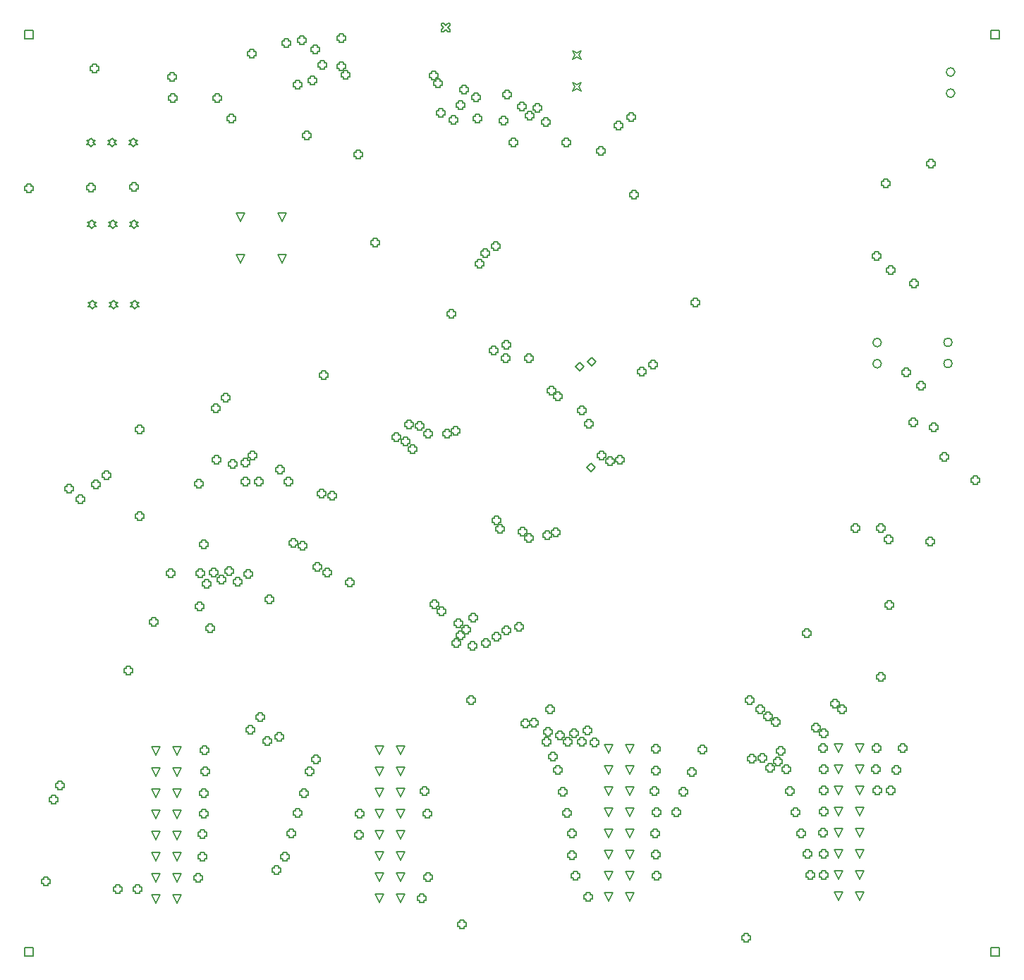
<source format=gbr>
%TF.GenerationSoftware,Altium Limited,Altium Designer,18.1.9 (240)*%
G04 Layer_Color=2752767*
%FSLAX26Y26*%
%MOIN*%
%TF.FileFunction,Drawing*%
%TF.Part,Single*%
G01*
G75*
%TA.AperFunction,NonConductor*%
%ADD96C,0.005000*%
%ADD97C,0.006667*%
D96*
X2280000Y1460000D02*
Y1500000D01*
X2320000D01*
Y1460000D01*
X2280000D01*
X6845000D02*
Y1500000D01*
X6885000D01*
Y1460000D01*
X6845000D01*
Y5798000D02*
Y5838000D01*
X6885000D01*
Y5798000D01*
X6845000D01*
X2280000D02*
Y5838000D01*
X2320000D01*
Y5798000D01*
X2280000D01*
X3495000Y4934000D02*
X3475000Y4974000D01*
X3515000D01*
X3495000Y4934000D01*
X3298150D02*
X3278150Y4974000D01*
X3318150D01*
X3298150Y4934000D01*
X3495000Y4737150D02*
X3475000Y4777150D01*
X3515000D01*
X3495000Y4737150D01*
X3298150D02*
X3278150Y4777150D01*
X3318150D01*
X3298150Y4737150D01*
X2592000Y5287000D02*
X2602000Y5297000D01*
X2612000D01*
X2602000Y5307000D01*
X2612000Y5317000D01*
X2602000D01*
X2592000Y5327000D01*
X2582000Y5317000D01*
X2572000D01*
X2582000Y5307000D01*
X2572000Y5297000D01*
X2582000D01*
X2592000Y5287000D01*
X2792000D02*
X2802000Y5297000D01*
X2812000D01*
X2802000Y5307000D01*
X2812000Y5317000D01*
X2802000D01*
X2792000Y5327000D01*
X2782000Y5317000D01*
X2772000D01*
X2782000Y5307000D01*
X2772000Y5297000D01*
X2782000D01*
X2792000Y5287000D01*
X2692000D02*
X2702000Y5297000D01*
X2712000D01*
X2702000Y5307000D01*
X2712000Y5317000D01*
X2702000D01*
X2692000Y5327000D01*
X2682000Y5317000D01*
X2672000D01*
X2682000Y5307000D01*
X2672000Y5297000D01*
X2682000D01*
X2692000Y5287000D01*
X2598000Y4520000D02*
X2608000Y4530000D01*
X2618000D01*
X2608000Y4540000D01*
X2618000Y4550000D01*
X2608000D01*
X2598000Y4560000D01*
X2588000Y4550000D01*
X2578000D01*
X2588000Y4540000D01*
X2578000Y4530000D01*
X2588000D01*
X2598000Y4520000D01*
X2798000D02*
X2808000Y4530000D01*
X2818000D01*
X2808000Y4540000D01*
X2818000Y4550000D01*
X2808000D01*
X2798000Y4560000D01*
X2788000Y4550000D01*
X2778000D01*
X2788000Y4540000D01*
X2778000Y4530000D01*
X2788000D01*
X2798000Y4520000D01*
X2698000D02*
X2708000Y4530000D01*
X2718000D01*
X2708000Y4540000D01*
X2718000Y4550000D01*
X2708000D01*
X2698000Y4560000D01*
X2688000Y4550000D01*
X2678000D01*
X2688000Y4540000D01*
X2678000Y4530000D01*
X2688000D01*
X2698000Y4520000D01*
X2594000Y4902000D02*
X2604000Y4912000D01*
X2614000D01*
X2604000Y4922000D01*
X2614000Y4932000D01*
X2604000D01*
X2594000Y4942000D01*
X2584000Y4932000D01*
X2574000D01*
X2584000Y4922000D01*
X2574000Y4912000D01*
X2584000D01*
X2594000Y4902000D01*
X2794000D02*
X2804000Y4912000D01*
X2814000D01*
X2804000Y4922000D01*
X2814000Y4932000D01*
X2804000D01*
X2794000Y4942000D01*
X2784000Y4932000D01*
X2774000D01*
X2784000Y4922000D01*
X2774000Y4912000D01*
X2784000D01*
X2794000Y4902000D01*
X2694000D02*
X2704000Y4912000D01*
X2714000D01*
X2704000Y4922000D01*
X2714000Y4932000D01*
X2704000D01*
X2694000Y4942000D01*
X2684000Y4932000D01*
X2674000D01*
X2684000Y4922000D01*
X2674000Y4912000D01*
X2684000D01*
X2694000Y4902000D01*
X5038544Y2419063D02*
X5018544Y2459063D01*
X5058544D01*
X5038544Y2419063D01*
Y2319063D02*
X5018544Y2359063D01*
X5058544D01*
X5038544Y2319063D01*
Y2219063D02*
X5018544Y2259063D01*
X5058544D01*
X5038544Y2219063D01*
Y2119063D02*
X5018544Y2159063D01*
X5058544D01*
X5038544Y2119063D01*
Y2019063D02*
X5018544Y2059063D01*
X5058544D01*
X5038544Y2019063D01*
Y1919063D02*
X5018544Y1959063D01*
X5058544D01*
X5038544Y1919063D01*
Y1819063D02*
X5018544Y1859063D01*
X5058544D01*
X5038544Y1819063D01*
Y1719063D02*
X5018544Y1759063D01*
X5058544D01*
X5038544Y1719063D01*
X5138544D02*
X5118544Y1759063D01*
X5158544D01*
X5138544Y1719063D01*
Y1819063D02*
X5118544Y1859063D01*
X5158544D01*
X5138544Y1819063D01*
Y1919063D02*
X5118544Y1959063D01*
X5158544D01*
X5138544Y1919063D01*
Y2019063D02*
X5118544Y2059063D01*
X5158544D01*
X5138544Y2019063D01*
Y2119063D02*
X5118544Y2159063D01*
X5158544D01*
X5138544Y2119063D01*
Y2219063D02*
X5118544Y2259063D01*
X5158544D01*
X5138544Y2219063D01*
Y2319063D02*
X5118544Y2359063D01*
X5158544D01*
X5138544Y2319063D01*
Y2419063D02*
X5118544Y2459063D01*
X5158544D01*
X5138544Y2419063D01*
X6226664Y2422285D02*
X6206664Y2462285D01*
X6246664D01*
X6226664Y2422285D01*
Y2322285D02*
X6206664Y2362285D01*
X6246664D01*
X6226664Y2322285D01*
Y2222285D02*
X6206664Y2262285D01*
X6246664D01*
X6226664Y2222285D01*
Y2122285D02*
X6206664Y2162285D01*
X6246664D01*
X6226664Y2122285D01*
Y2022285D02*
X6206664Y2062285D01*
X6246664D01*
X6226664Y2022285D01*
Y1922285D02*
X6206664Y1962285D01*
X6246664D01*
X6226664Y1922285D01*
Y1822285D02*
X6206664Y1862285D01*
X6246664D01*
X6226664Y1822285D01*
Y1722285D02*
X6206664Y1762285D01*
X6246664D01*
X6226664Y1722285D01*
X6126664D02*
X6106664Y1762285D01*
X6146664D01*
X6126664Y1722285D01*
Y1822285D02*
X6106664Y1862285D01*
X6146664D01*
X6126664Y1822285D01*
Y1922285D02*
X6106664Y1962285D01*
X6146664D01*
X6126664Y1922285D01*
Y2022285D02*
X6106664Y2062285D01*
X6146664D01*
X6126664Y2022285D01*
Y2122285D02*
X6106664Y2162285D01*
X6146664D01*
X6126664Y2122285D01*
Y2222285D02*
X6106664Y2262285D01*
X6146664D01*
X6126664Y2222285D01*
Y2322285D02*
X6106664Y2362285D01*
X6146664D01*
X6126664Y2322285D01*
Y2422285D02*
X6106664Y2462285D01*
X6146664D01*
X6126664Y2422285D01*
X4055063Y2413964D02*
X4035063Y2453964D01*
X4075063D01*
X4055063Y2413964D01*
Y2313964D02*
X4035063Y2353964D01*
X4075063D01*
X4055063Y2313964D01*
Y2213964D02*
X4035063Y2253964D01*
X4075063D01*
X4055063Y2213964D01*
Y2113964D02*
X4035063Y2153964D01*
X4075063D01*
X4055063Y2113964D01*
Y2013964D02*
X4035063Y2053964D01*
X4075063D01*
X4055063Y2013964D01*
Y1913964D02*
X4035063Y1953964D01*
X4075063D01*
X4055063Y1913964D01*
Y1813964D02*
X4035063Y1853964D01*
X4075063D01*
X4055063Y1813964D01*
Y1713964D02*
X4035063Y1753964D01*
X4075063D01*
X4055063Y1713964D01*
X3955063D02*
X3935063Y1753964D01*
X3975063D01*
X3955063Y1713964D01*
Y1813964D02*
X3935063Y1853964D01*
X3975063D01*
X3955063Y1813964D01*
Y1913964D02*
X3935063Y1953964D01*
X3975063D01*
X3955063Y1913964D01*
Y2013964D02*
X3935063Y2053964D01*
X3975063D01*
X3955063Y2013964D01*
Y2113964D02*
X3935063Y2153964D01*
X3975063D01*
X3955063Y2113964D01*
Y2213964D02*
X3935063Y2253964D01*
X3975063D01*
X3955063Y2213964D01*
Y2313964D02*
X3935063Y2353964D01*
X3975063D01*
X3955063Y2313964D01*
Y2413964D02*
X3935063Y2453964D01*
X3975063D01*
X3955063Y2413964D01*
X2998534Y2412092D02*
X2978534Y2452092D01*
X3018534D01*
X2998534Y2412092D01*
Y2312092D02*
X2978534Y2352092D01*
X3018534D01*
X2998534Y2312092D01*
Y2212092D02*
X2978534Y2252092D01*
X3018534D01*
X2998534Y2212092D01*
Y2112092D02*
X2978534Y2152092D01*
X3018534D01*
X2998534Y2112092D01*
Y2012092D02*
X2978534Y2052092D01*
X3018534D01*
X2998534Y2012092D01*
Y1912092D02*
X2978534Y1952092D01*
X3018534D01*
X2998534Y1912092D01*
Y1812092D02*
X2978534Y1852092D01*
X3018534D01*
X2998534Y1812092D01*
Y1712092D02*
X2978534Y1752092D01*
X3018534D01*
X2998534Y1712092D01*
X2898534D02*
X2878534Y1752092D01*
X2918534D01*
X2898534Y1712092D01*
Y1812092D02*
X2878534Y1852092D01*
X2918534D01*
X2898534Y1812092D01*
Y1912092D02*
X2878534Y1952092D01*
X2918534D01*
X2898534Y1912092D01*
Y2012092D02*
X2878534Y2052092D01*
X2918534D01*
X2898534Y2012092D01*
Y2112092D02*
X2878534Y2152092D01*
X2918534D01*
X2898534Y2112092D01*
Y2212092D02*
X2878534Y2252092D01*
X2918534D01*
X2898534Y2212092D01*
Y2312092D02*
X2878534Y2352092D01*
X2918534D01*
X2898534Y2312092D01*
Y2412092D02*
X2878534Y2452092D01*
X2918534D01*
X2898534Y2412092D01*
X4870000Y5550000D02*
X4880000Y5570000D01*
X4870000Y5590000D01*
X4890000Y5580000D01*
X4910000Y5590000D01*
X4900000Y5570000D01*
X4910000Y5550000D01*
X4890000Y5560000D01*
X4870000Y5550000D01*
Y5700000D02*
X4880000Y5720000D01*
X4870000Y5740000D01*
X4890000Y5730000D01*
X4910000Y5740000D01*
X4900000Y5720000D01*
X4910000Y5700000D01*
X4890000Y5710000D01*
X4870000Y5700000D01*
X2599000Y5646000D02*
Y5636000D01*
X2619000D01*
Y5646000D01*
X2629000D01*
Y5666000D01*
X2619000D01*
Y5676000D01*
X2599000D01*
Y5666000D01*
X2589000D01*
Y5646000D01*
X2599000D01*
X2880000Y3030000D02*
Y3020000D01*
X2900000D01*
Y3030000D01*
X2910000D01*
Y3050000D01*
X2900000D01*
Y3060000D01*
X2880000D01*
Y3050000D01*
X2870000D01*
Y3030000D01*
X2880000D01*
X5077000Y5378000D02*
Y5368000D01*
X5097000D01*
Y5378000D01*
X5107000D01*
Y5398000D01*
X5097000D01*
Y5408000D01*
X5077000D01*
Y5398000D01*
X5067000D01*
Y5378000D01*
X5077000D01*
X4174000Y3920000D02*
Y3910000D01*
X4194000D01*
Y3920000D01*
X4204000D01*
Y3940000D01*
X4194000D01*
Y3950000D01*
X4174000D01*
Y3940000D01*
X4164000D01*
Y3920000D01*
X4174000D01*
X4102000Y3847425D02*
Y3837425D01*
X4122000D01*
Y3847425D01*
X4132000D01*
Y3867425D01*
X4122000D01*
Y3877425D01*
X4102000D01*
Y3867425D01*
X4092000D01*
Y3847425D01*
X4102000D01*
X6551000Y5196000D02*
Y5186000D01*
X6571000D01*
Y5196000D01*
X6581000D01*
Y5216000D01*
X6571000D01*
Y5226000D01*
X6551000D01*
Y5216000D01*
X6541000D01*
Y5196000D01*
X6551000D01*
X6314717Y3472716D02*
Y3462716D01*
X6334717D01*
Y3472716D01*
X6344717D01*
Y3492716D01*
X6334717D01*
Y3502716D01*
X6314717D01*
Y3492716D01*
X6304717D01*
Y3472716D01*
X6314717D01*
X6196245D02*
Y3462716D01*
X6216245D01*
Y3472716D01*
X6226245D01*
Y3492716D01*
X6216245D01*
Y3502716D01*
X6196245D01*
Y3492716D01*
X6186245D01*
Y3472716D01*
X6196245D01*
X6549000Y3410000D02*
Y3400000D01*
X6569000D01*
Y3410000D01*
X6579000D01*
Y3430000D01*
X6569000D01*
Y3440000D01*
X6549000D01*
Y3430000D01*
X6539000D01*
Y3410000D01*
X6549000D01*
X6353000Y3422000D02*
Y3412000D01*
X6373000D01*
Y3422000D01*
X6383000D01*
Y3442000D01*
X6373000D01*
Y3452000D01*
X6353000D01*
Y3442000D01*
X6343000D01*
Y3422000D01*
X6353000D01*
X6338000Y5103000D02*
Y5093000D01*
X6358000D01*
Y5103000D01*
X6368000D01*
Y5123000D01*
X6358000D01*
Y5133000D01*
X6338000D01*
Y5123000D01*
X6328000D01*
Y5103000D01*
X6338000D01*
X2759000Y2799000D02*
Y2789000D01*
X2779000D01*
Y2799000D01*
X2789000D01*
Y2819000D01*
X2779000D01*
Y2829000D01*
X2759000D01*
Y2819000D01*
X2749000D01*
Y2799000D01*
X2759000D01*
X4532000Y5401000D02*
Y5391000D01*
X4552000D01*
Y5401000D01*
X4562000D01*
Y5421000D01*
X4552000D01*
Y5431000D01*
X4532000D01*
Y5421000D01*
X4522000D01*
Y5401000D01*
X4532000D01*
X4991000Y5257000D02*
Y5247000D01*
X5011000D01*
Y5257000D01*
X5021000D01*
Y5277000D01*
X5011000D01*
Y5287000D01*
X4991000D01*
Y5277000D01*
X4981000D01*
Y5257000D01*
X4991000D01*
X3807000Y3217000D02*
Y3207000D01*
X3827000D01*
Y3217000D01*
X3837000D01*
Y3237000D01*
X3827000D01*
Y3247000D01*
X3807000D01*
Y3237000D01*
X3797000D01*
Y3217000D01*
X3807000D01*
X6436000Y4210000D02*
Y4200000D01*
X6456000D01*
Y4210000D01*
X6466000D01*
Y4230000D01*
X6456000D01*
Y4240000D01*
X6436000D01*
Y4230000D01*
X6426000D01*
Y4210000D01*
X6436000D01*
X6507000Y4148000D02*
Y4138000D01*
X6527000D01*
Y4148000D01*
X6537000D01*
Y4168000D01*
X6527000D01*
Y4178000D01*
X6507000D01*
Y4168000D01*
X6497000D01*
Y4148000D01*
X6507000D01*
X4419000Y4725000D02*
Y4715000D01*
X4439000D01*
Y4725000D01*
X4449000D01*
Y4745000D01*
X4439000D01*
Y4755000D01*
X4419000D01*
Y4745000D01*
X4409000D01*
Y4725000D01*
X4419000D01*
X4494000Y4807000D02*
Y4797000D01*
X4514000D01*
Y4807000D01*
X4524000D01*
Y4827000D01*
X4514000D01*
Y4837000D01*
X4494000D01*
Y4827000D01*
X4484000D01*
Y4807000D01*
X4494000D01*
X4548425Y5524425D02*
Y5514425D01*
X4568425D01*
Y5524425D01*
X4578425D01*
Y5544425D01*
X4568425D01*
Y5554425D01*
X4548425D01*
Y5544425D01*
X4538425D01*
Y5524425D01*
X4548425D01*
X3765000Y5790000D02*
Y5780000D01*
X3785000D01*
Y5790000D01*
X3795000D01*
Y5810000D01*
X3785000D01*
Y5820000D01*
X3765000D01*
Y5810000D01*
X3755000D01*
Y5790000D01*
X3765000D01*
Y5656000D02*
Y5646000D01*
X3785000D01*
Y5656000D01*
X3795000D01*
Y5676000D01*
X3785000D01*
Y5686000D01*
X3765000D01*
Y5676000D01*
X3755000D01*
Y5656000D01*
X3765000D01*
X3787000Y5618000D02*
Y5608000D01*
X3807000D01*
Y5618000D01*
X3817000D01*
Y5638000D01*
X3807000D01*
Y5648000D01*
X3787000D01*
Y5638000D01*
X3777000D01*
Y5618000D01*
X3787000D01*
X3643000Y5736000D02*
Y5726000D01*
X3663000D01*
Y5736000D01*
X3673000D01*
Y5756000D01*
X3663000D01*
Y5766000D01*
X3643000D01*
Y5756000D01*
X3633000D01*
Y5736000D01*
X3643000D01*
X3674000Y5663000D02*
Y5653000D01*
X3694000D01*
Y5663000D01*
X3704000D01*
Y5683000D01*
X3694000D01*
Y5693000D01*
X3674000D01*
Y5683000D01*
X3664000D01*
Y5663000D01*
X3674000D01*
X3579000Y5779000D02*
Y5769000D01*
X3599000D01*
Y5779000D01*
X3609000D01*
Y5799000D01*
X3599000D01*
Y5809000D01*
X3579000D01*
Y5799000D01*
X3569000D01*
Y5779000D01*
X3579000D01*
X3506000Y5768000D02*
Y5758000D01*
X3526000D01*
Y5768000D01*
X3536000D01*
Y5788000D01*
X3526000D01*
Y5798000D01*
X3506000D01*
Y5788000D01*
X3496000D01*
Y5768000D01*
X3506000D01*
X6762000Y3700000D02*
Y3690000D01*
X6782000D01*
Y3700000D01*
X6792000D01*
Y3720000D01*
X6782000D01*
Y3730000D01*
X6762000D01*
Y3720000D01*
X6752000D01*
Y3700000D01*
X6762000D01*
X3926000Y4825000D02*
Y4815000D01*
X3946000D01*
Y4825000D01*
X3956000D01*
Y4845000D01*
X3946000D01*
Y4855000D01*
X3926000D01*
Y4845000D01*
X3916000D01*
Y4825000D01*
X3926000D01*
X3683000Y4196000D02*
Y4186000D01*
X3703000D01*
Y4196000D01*
X3713000D01*
Y4216000D01*
X3703000D01*
Y4226000D01*
X3683000D01*
Y4216000D01*
X3673000D01*
Y4196000D01*
X3683000D01*
X2368000Y1804000D02*
Y1794000D01*
X2388000D01*
Y1804000D01*
X2398000D01*
Y1824000D01*
X2388000D01*
Y1834000D01*
X2368000D01*
Y1824000D01*
X2358000D01*
Y1804000D01*
X2368000D01*
X3087908Y1822092D02*
Y1812092D01*
X3107908D01*
Y1822092D01*
X3117908D01*
Y1842092D01*
X3107908D01*
Y1852092D01*
X3087908D01*
Y1842092D01*
X3077908D01*
Y1822092D01*
X3087908D01*
X5965000Y2977000D02*
Y2967000D01*
X5985000D01*
Y2977000D01*
X5995000D01*
Y2997000D01*
X5985000D01*
Y3007000D01*
X5965000D01*
Y2997000D01*
X5955000D01*
Y2977000D01*
X5965000D01*
X5678000Y1537000D02*
Y1527000D01*
X5698000D01*
Y1537000D01*
X5708000D01*
Y1557000D01*
X5698000D01*
Y1567000D01*
X5678000D01*
Y1557000D01*
X5668000D01*
Y1537000D01*
X5678000D01*
X4335000Y1600000D02*
Y1590000D01*
X4355000D01*
Y1600000D01*
X4365000D01*
Y1620000D01*
X4355000D01*
Y1630000D01*
X4335000D01*
Y1620000D01*
X4325000D01*
Y1600000D01*
X4335000D01*
X4380000Y2659000D02*
Y2649000D01*
X4400000D01*
Y2659000D01*
X4410000D01*
Y2679000D01*
X4400000D01*
Y2689000D01*
X4380000D01*
Y2679000D01*
X4370000D01*
Y2659000D01*
X4380000D01*
X5439000Y4541000D02*
Y4531000D01*
X5459000D01*
Y4541000D01*
X5469000D01*
Y4561000D01*
X5459000D01*
Y4571000D01*
X5439000D01*
Y4561000D01*
X5429000D01*
Y4541000D01*
X5439000D01*
X6472068Y4631000D02*
Y4621000D01*
X6492068D01*
Y4631000D01*
X6502068D01*
Y4651000D01*
X6492068D01*
Y4661000D01*
X6472068D01*
Y4651000D01*
X6462068D01*
Y4631000D01*
X6472068D01*
X3251051Y3778000D02*
Y3768000D01*
X3271051D01*
Y3778000D01*
X3281051D01*
Y3798000D01*
X3271051D01*
Y3808000D01*
X3251051D01*
Y3798000D01*
X3241051D01*
Y3778000D01*
X3251051D01*
X3722000Y3627000D02*
Y3617000D01*
X3742000D01*
Y3627000D01*
X3752000D01*
Y3647000D01*
X3742000D01*
Y3657000D01*
X3722000D01*
Y3647000D01*
X3712000D01*
Y3627000D01*
X3722000D01*
X3583000Y3390000D02*
Y3380000D01*
X3603000D01*
Y3390000D01*
X3613000D01*
Y3410000D01*
X3603000D01*
Y3420000D01*
X3583000D01*
Y3410000D01*
X3573000D01*
Y3390000D01*
X3583000D01*
X3540000Y3403000D02*
Y3393000D01*
X3560000D01*
Y3403000D01*
X3570000D01*
Y3423000D01*
X3560000D01*
Y3433000D01*
X3540000D01*
Y3423000D01*
X3530000D01*
Y3403000D01*
X3540000D01*
X3651000Y3290000D02*
Y3280000D01*
X3671000D01*
Y3290000D01*
X3681000D01*
Y3310000D01*
X3671000D01*
Y3320000D01*
X3651000D01*
Y3310000D01*
X3641000D01*
Y3290000D01*
X3651000D01*
X3698000Y3265000D02*
Y3255000D01*
X3718000D01*
Y3265000D01*
X3728000D01*
Y3285000D01*
X3718000D01*
Y3295000D01*
X3698000D01*
Y3285000D01*
X3688000D01*
Y3265000D01*
X3698000D01*
X3327000Y3256000D02*
Y3246000D01*
X3347000D01*
Y3256000D01*
X3357000D01*
Y3276000D01*
X3347000D01*
Y3286000D01*
X3327000D01*
Y3276000D01*
X3317000D01*
Y3256000D01*
X3327000D01*
X3277000Y3221000D02*
Y3211000D01*
X3297000D01*
Y3221000D01*
X3307000D01*
Y3241000D01*
X3297000D01*
Y3251000D01*
X3277000D01*
Y3241000D01*
X3267000D01*
Y3221000D01*
X3277000D01*
X3237000Y3271000D02*
Y3261000D01*
X3257000D01*
Y3271000D01*
X3267000D01*
Y3291000D01*
X3257000D01*
Y3301000D01*
X3237000D01*
Y3291000D01*
X3227000D01*
Y3271000D01*
X3237000D01*
X3199000Y3229000D02*
Y3219000D01*
X3219000D01*
Y3229000D01*
X3229000D01*
Y3249000D01*
X3219000D01*
Y3259000D01*
X3199000D01*
Y3249000D01*
X3189000D01*
Y3229000D01*
X3199000D01*
X3162000Y3264000D02*
Y3254000D01*
X3182000D01*
Y3264000D01*
X3192000D01*
Y3284000D01*
X3182000D01*
Y3294000D01*
X3162000D01*
Y3284000D01*
X3152000D01*
Y3264000D01*
X3162000D01*
X3115000Y3396000D02*
Y3386000D01*
X3135000D01*
Y3396000D01*
X3145000D01*
Y3416000D01*
X3135000D01*
Y3426000D01*
X3115000D01*
Y3416000D01*
X3105000D01*
Y3396000D01*
X3115000D01*
X3130000Y3211000D02*
Y3201000D01*
X3150000D01*
Y3211000D01*
X3160000D01*
Y3231000D01*
X3150000D01*
Y3241000D01*
X3130000D01*
Y3231000D01*
X3120000D01*
Y3211000D01*
X3130000D01*
X3097979Y3262021D02*
Y3252021D01*
X3117979D01*
Y3262021D01*
X3127979D01*
Y3282021D01*
X3117979D01*
Y3292021D01*
X3097979D01*
Y3282021D01*
X3087979D01*
Y3262021D01*
X3097979D01*
X3312000Y3783000D02*
Y3773000D01*
X3332000D01*
Y3783000D01*
X3342000D01*
Y3803000D01*
X3332000D01*
Y3813000D01*
X3312000D01*
Y3803000D01*
X3302000D01*
Y3783000D01*
X3312000D01*
Y3694000D02*
Y3684000D01*
X3332000D01*
Y3694000D01*
X3342000D01*
Y3714000D01*
X3332000D01*
Y3724000D01*
X3312000D01*
Y3714000D01*
X3302000D01*
Y3694000D01*
X3312000D01*
X3146000Y3000000D02*
Y2990000D01*
X3166000D01*
Y3000000D01*
X3176000D01*
Y3020000D01*
X3166000D01*
Y3030000D01*
X3146000D01*
Y3020000D01*
X3136000D01*
Y3000000D01*
X3146000D01*
X3425054Y3138000D02*
Y3128000D01*
X3445054D01*
Y3138000D01*
X3455054D01*
Y3158000D01*
X3445054D01*
Y3168000D01*
X3425054D01*
Y3158000D01*
X3415054D01*
Y3138000D01*
X3425054D01*
X3377000Y3693000D02*
Y3683000D01*
X3397000D01*
Y3693000D01*
X3407000D01*
Y3713000D01*
X3397000D01*
Y3723000D01*
X3377000D01*
Y3713000D01*
X3367000D01*
Y3693000D01*
X3377000D01*
X3346000Y3817000D02*
Y3807000D01*
X3366000D01*
Y3817000D01*
X3376000D01*
Y3837000D01*
X3366000D01*
Y3847000D01*
X3346000D01*
Y3837000D01*
X3336000D01*
Y3817000D01*
X3346000D01*
X2606000Y3682000D02*
Y3672000D01*
X2626000D01*
Y3682000D01*
X2636000D01*
Y3702000D01*
X2626000D01*
Y3712000D01*
X2606000D01*
Y3702000D01*
X2596000D01*
Y3682000D01*
X2606000D01*
X3175000Y3798000D02*
Y3788000D01*
X3195000D01*
Y3798000D01*
X3205000D01*
Y3818000D01*
X3195000D01*
Y3828000D01*
X3175000D01*
Y3818000D01*
X3165000D01*
Y3798000D01*
X3175000D01*
X3475000Y3751000D02*
Y3741000D01*
X3495000D01*
Y3751000D01*
X3505000D01*
Y3771000D01*
X3495000D01*
Y3781000D01*
X3475000D01*
Y3771000D01*
X3465000D01*
Y3751000D01*
X3475000D01*
X3514000Y3695000D02*
Y3685000D01*
X3534000D01*
Y3695000D01*
X3544000D01*
Y3715000D01*
X3534000D01*
Y3725000D01*
X3514000D01*
Y3715000D01*
X3504000D01*
Y3695000D01*
X3514000D01*
X2479000Y3661000D02*
Y3651000D01*
X2499000D01*
Y3661000D01*
X2509000D01*
Y3681000D01*
X2499000D01*
Y3691000D01*
X2479000D01*
Y3681000D01*
X2469000D01*
Y3661000D01*
X2479000D01*
X4500000Y2961000D02*
Y2951000D01*
X4520000D01*
Y2961000D01*
X4530000D01*
Y2981000D01*
X4520000D01*
Y2991000D01*
X4500000D01*
Y2981000D01*
X4490000D01*
Y2961000D01*
X4500000D01*
X4385000Y2916000D02*
Y2906000D01*
X4405000D01*
Y2916000D01*
X4415000D01*
Y2936000D01*
X4405000D01*
Y2946000D01*
X4385000D01*
Y2936000D01*
X4375000D01*
Y2916000D01*
X4385000D01*
X4449000Y2929000D02*
Y2919000D01*
X4469000D01*
Y2929000D01*
X4479000D01*
Y2949000D01*
X4469000D01*
Y2959000D01*
X4449000D01*
Y2949000D01*
X4439000D01*
Y2929000D01*
X4449000D01*
X4308000Y2932000D02*
Y2922000D01*
X4328000D01*
Y2932000D01*
X4338000D01*
Y2952000D01*
X4328000D01*
Y2962000D01*
X4308000D01*
Y2952000D01*
X4298000D01*
Y2932000D01*
X4308000D01*
X4328000Y2967000D02*
Y2957000D01*
X4348000D01*
Y2967000D01*
X4358000D01*
Y2987000D01*
X4348000D01*
Y2997000D01*
X4328000D01*
Y2987000D01*
X4318000D01*
Y2967000D01*
X4328000D01*
X4357000Y2995000D02*
Y2985000D01*
X4377000D01*
Y2995000D01*
X4387000D01*
Y3015000D01*
X4377000D01*
Y3025000D01*
X4357000D01*
Y3015000D01*
X4347000D01*
Y2995000D01*
X4357000D01*
X4319000Y3023000D02*
Y3013000D01*
X4339000D01*
Y3023000D01*
X4349000D01*
Y3043000D01*
X4339000D01*
Y3053000D01*
X4319000D01*
Y3043000D01*
X4309000D01*
Y3023000D01*
X4319000D01*
X4240000Y3079000D02*
Y3069000D01*
X4260000D01*
Y3079000D01*
X4270000D01*
Y3099000D01*
X4260000D01*
Y3109000D01*
X4240000D01*
Y3099000D01*
X4230000D01*
Y3079000D01*
X4240000D01*
X4390000Y3051000D02*
Y3041000D01*
X4410000D01*
Y3051000D01*
X4420000D01*
Y3071000D01*
X4410000D01*
Y3081000D01*
X4390000D01*
Y3071000D01*
X4380000D01*
Y3051000D01*
X4390000D01*
X4546000Y2989000D02*
Y2979000D01*
X4566000D01*
Y2989000D01*
X4576000D01*
Y3009000D01*
X4566000D01*
Y3019000D01*
X4546000D01*
Y3009000D01*
X4536000D01*
Y2989000D01*
X4546000D01*
X4604000Y3008000D02*
Y2998000D01*
X4624000D01*
Y3008000D01*
X4634000D01*
Y3028000D01*
X4624000D01*
Y3038000D01*
X4604000D01*
Y3028000D01*
X4594000D01*
Y3008000D01*
X4604000D01*
X4204000Y3113000D02*
Y3103000D01*
X4224000D01*
Y3113000D01*
X4234000D01*
Y3133000D01*
X4224000D01*
Y3143000D01*
X4204000D01*
Y3133000D01*
X4194000D01*
Y3113000D01*
X4204000D01*
X5134000Y5416000D02*
Y5406000D01*
X5154000D01*
Y5416000D01*
X5164000D01*
Y5436000D01*
X5154000D01*
Y5446000D01*
X5134000D01*
Y5436000D01*
X5124000D01*
Y5416000D01*
X5134000D01*
X4249000Y5829000D02*
X4259000D01*
X4269000Y5839000D01*
X4279000Y5829000D01*
X4289000D01*
Y5839000D01*
X4279000Y5849000D01*
X4289000Y5859000D01*
Y5869000D01*
X4279000D01*
X4269000Y5859000D01*
X4259000Y5869000D01*
X4249000D01*
Y5859000D01*
X4259000Y5849000D01*
X4249000Y5839000D01*
Y5829000D01*
X4221000Y5576000D02*
Y5566000D01*
X4241000D01*
Y5576000D01*
X4251000D01*
Y5596000D01*
X4241000D01*
Y5606000D01*
X4221000D01*
Y5596000D01*
X4211000D01*
Y5576000D01*
X4221000D01*
X4203000Y5613000D02*
Y5603000D01*
X4223000D01*
Y5613000D01*
X4233000D01*
Y5633000D01*
X4223000D01*
Y5643000D01*
X4203000D01*
Y5633000D01*
X4193000D01*
Y5613000D01*
X4203000D01*
X4236000Y5438000D02*
Y5428000D01*
X4256000D01*
Y5438000D01*
X4266000D01*
Y5458000D01*
X4256000D01*
Y5468000D01*
X4236000D01*
Y5458000D01*
X4226000D01*
Y5438000D01*
X4236000D01*
X3627921Y5589921D02*
Y5579921D01*
X3647921D01*
Y5589921D01*
X3657921D01*
Y5609921D01*
X3647921D01*
Y5619921D01*
X3627921D01*
Y5609921D01*
X3617921D01*
Y5589921D01*
X3627921D01*
X4409000Y5409000D02*
Y5399000D01*
X4429000D01*
Y5409000D01*
X4439000D01*
Y5429000D01*
X4429000D01*
Y5439000D01*
X4409000D01*
Y5429000D01*
X4399000D01*
Y5409000D01*
X4409000D01*
X4402000Y5510000D02*
Y5500000D01*
X4422000D01*
Y5510000D01*
X4432000D01*
Y5530000D01*
X4422000D01*
Y5540000D01*
X4402000D01*
Y5530000D01*
X4392000D01*
Y5510000D01*
X4402000D01*
X6132000Y2616000D02*
Y2606000D01*
X6152000D01*
Y2616000D01*
X6162000D01*
Y2636000D01*
X6152000D01*
Y2646000D01*
X6132000D01*
Y2636000D01*
X6122000D01*
Y2616000D01*
X6132000D01*
X6098000Y2644000D02*
Y2634000D01*
X6118000D01*
Y2644000D01*
X6128000D01*
Y2664000D01*
X6118000D01*
Y2674000D01*
X6098000D01*
Y2664000D01*
X6088000D01*
Y2644000D01*
X6098000D01*
X6046000Y2504000D02*
Y2494000D01*
X6066000D01*
Y2504000D01*
X6076000D01*
Y2524000D01*
X6066000D01*
Y2534000D01*
X6046000D01*
Y2524000D01*
X6036000D01*
Y2504000D01*
X6046000D01*
X6010000Y2530000D02*
Y2520000D01*
X6030000D01*
Y2530000D01*
X6040000D01*
Y2550000D01*
X6030000D01*
Y2560000D01*
X6010000D01*
Y2550000D01*
X6000000D01*
Y2530000D01*
X6010000D01*
X4137000Y3956000D02*
Y3946000D01*
X4157000D01*
Y3956000D01*
X4167000D01*
Y3976000D01*
X4157000D01*
Y3986000D01*
X4137000D01*
Y3976000D01*
X4127000D01*
Y3956000D01*
X4137000D01*
X4086000Y3965000D02*
Y3955000D01*
X4106000D01*
Y3965000D01*
X4116000D01*
Y3985000D01*
X4106000D01*
Y3995000D01*
X4086000D01*
Y3985000D01*
X4076000D01*
Y3965000D01*
X4086000D01*
X4069000Y3885000D02*
Y3875000D01*
X4089000D01*
Y3885000D01*
X4099000D01*
Y3905000D01*
X4089000D01*
Y3915000D01*
X4069000D01*
Y3905000D01*
X4059000D01*
Y3885000D01*
X4069000D01*
X4027000Y3904000D02*
Y3894000D01*
X4047000D01*
Y3904000D01*
X4057000D01*
Y3924000D01*
X4047000D01*
Y3934000D01*
X4027000D01*
Y3924000D01*
X4017000D01*
Y3904000D01*
X4027000D01*
X4265000Y3921000D02*
Y3911000D01*
X4285000D01*
Y3921000D01*
X4295000D01*
Y3941000D01*
X4285000D01*
Y3951000D01*
X4265000D01*
Y3941000D01*
X4255000D01*
Y3921000D01*
X4265000D01*
X4304536Y3935000D02*
Y3925000D01*
X4324536D01*
Y3935000D01*
X4334536D01*
Y3955000D01*
X4324536D01*
Y3965000D01*
X4304536D01*
Y3955000D01*
X4294536D01*
Y3935000D01*
X4304536D01*
X4499000Y3510000D02*
Y3500000D01*
X4519000D01*
Y3510000D01*
X4529000D01*
Y3530000D01*
X4519000D01*
Y3540000D01*
X4499000D01*
Y3530000D01*
X4489000D01*
Y3510000D01*
X4499000D01*
X4517000Y3469898D02*
Y3459898D01*
X4537000D01*
Y3469898D01*
X4547000D01*
Y3489898D01*
X4537000D01*
Y3499898D01*
X4517000D01*
Y3489898D01*
X4507000D01*
Y3469898D01*
X4517000D01*
X4623000Y3458000D02*
Y3448000D01*
X4643000D01*
Y3458000D01*
X4653000D01*
Y3478000D01*
X4643000D01*
Y3488000D01*
X4623000D01*
Y3478000D01*
X4613000D01*
Y3458000D01*
X4623000D01*
X4652000Y3427000D02*
Y3417000D01*
X4672000D01*
Y3427000D01*
X4682000D01*
Y3447000D01*
X4672000D01*
Y3457000D01*
X4652000D01*
Y3447000D01*
X4642000D01*
Y3427000D01*
X4652000D01*
X4778000Y3455000D02*
Y3445000D01*
X4798000D01*
Y3455000D01*
X4808000D01*
Y3475000D01*
X4798000D01*
Y3485000D01*
X4778000D01*
Y3475000D01*
X4768000D01*
Y3455000D01*
X4778000D01*
X4738000Y3439000D02*
Y3429000D01*
X4758000D01*
Y3439000D01*
X4768000D01*
Y3459000D01*
X4758000D01*
Y3469000D01*
X4738000D01*
Y3459000D01*
X4728000D01*
Y3439000D01*
X4738000D01*
X4934000Y3771000D02*
X4954000Y3791000D01*
X4974000Y3771000D01*
X4954000Y3751000D01*
X4934000Y3771000D01*
X4995000Y3816000D02*
Y3806000D01*
X5015000D01*
Y3816000D01*
X5025000D01*
Y3836000D01*
X5015000D01*
Y3846000D01*
X4995000D01*
Y3836000D01*
X4985000D01*
Y3816000D01*
X4995000D01*
X5036000Y3790000D02*
Y3780000D01*
X5056000D01*
Y3790000D01*
X5066000D01*
Y3810000D01*
X5056000D01*
Y3820000D01*
X5036000D01*
Y3810000D01*
X5026000D01*
Y3790000D01*
X5036000D01*
X5081000Y3796000D02*
Y3786000D01*
X5101000D01*
Y3796000D01*
X5111000D01*
Y3816000D01*
X5101000D01*
Y3826000D01*
X5081000D01*
Y3816000D01*
X5071000D01*
Y3796000D01*
X5081000D01*
X4902000Y4030000D02*
Y4020000D01*
X4922000D01*
Y4030000D01*
X4932000D01*
Y4050000D01*
X4922000D01*
Y4060000D01*
X4902000D01*
Y4050000D01*
X4892000D01*
Y4030000D01*
X4902000D01*
X4653000Y4278000D02*
Y4268000D01*
X4673000D01*
Y4278000D01*
X4683000D01*
Y4298000D01*
X4673000D01*
Y4308000D01*
X4653000D01*
Y4298000D01*
X4643000D01*
Y4278000D01*
X4653000D01*
X4546456Y4340000D02*
Y4330000D01*
X4566456D01*
Y4340000D01*
X4576456D01*
Y4360000D01*
X4566456D01*
Y4370000D01*
X4546456D01*
Y4360000D01*
X4536456D01*
Y4340000D01*
X4546456D01*
X4484000Y4313000D02*
Y4303000D01*
X4504000D01*
Y4313000D01*
X4514000D01*
Y4333000D01*
X4504000D01*
Y4343000D01*
X4484000D01*
Y4333000D01*
X4474000D01*
Y4313000D01*
X4484000D01*
X4542000Y4276000D02*
Y4266000D01*
X4562000D01*
Y4276000D01*
X4572000D01*
Y4296000D01*
X4562000D01*
Y4306000D01*
X4542000D01*
Y4296000D01*
X4532000D01*
Y4276000D01*
X4542000D01*
X4758544Y4124000D02*
Y4114000D01*
X4778544D01*
Y4124000D01*
X4788544D01*
Y4144000D01*
X4778544D01*
Y4154000D01*
X4758544D01*
Y4144000D01*
X4748544D01*
Y4124000D01*
X4758544D01*
X4789000Y4098000D02*
Y4088000D01*
X4809000D01*
Y4098000D01*
X4819000D01*
Y4118000D01*
X4809000D01*
Y4128000D01*
X4789000D01*
Y4118000D01*
X4779000D01*
Y4098000D01*
X4789000D01*
X4284000Y4488000D02*
Y4478000D01*
X4304000D01*
Y4488000D01*
X4314000D01*
Y4508000D01*
X4304000D01*
Y4518000D01*
X4284000D01*
Y4508000D01*
X4274000D01*
Y4488000D01*
X4284000D01*
X5240000Y4247000D02*
Y4237000D01*
X5260000D01*
Y4247000D01*
X5270000D01*
Y4267000D01*
X5260000D01*
Y4277000D01*
X5240000D01*
Y4267000D01*
X5230000D01*
Y4247000D01*
X5240000D01*
X4939000Y4271827D02*
X4959000Y4291827D01*
X4979000Y4271827D01*
X4959000Y4251827D01*
X4939000Y4271827D01*
X4731000Y5394000D02*
Y5384000D01*
X4751000D01*
Y5394000D01*
X4761000D01*
Y5414000D01*
X4751000D01*
Y5424000D01*
X4731000D01*
Y5414000D01*
X4721000D01*
Y5394000D01*
X4731000D01*
X4691000Y5459000D02*
Y5449000D01*
X4711000D01*
Y5459000D01*
X4721000D01*
Y5479000D01*
X4711000D01*
Y5489000D01*
X4691000D01*
Y5479000D01*
X4681000D01*
Y5459000D01*
X4691000D01*
X4657000Y5423000D02*
Y5413000D01*
X4677000D01*
Y5423000D01*
X4687000D01*
Y5443000D01*
X4677000D01*
Y5453000D01*
X4657000D01*
Y5443000D01*
X4647000D01*
Y5423000D01*
X4657000D01*
X4618000Y5466000D02*
Y5456000D01*
X4638000D01*
Y5466000D01*
X4648000D01*
Y5486000D01*
X4638000D01*
Y5496000D01*
X4618000D01*
Y5486000D01*
X4608000D01*
Y5466000D01*
X4618000D01*
X6567000Y3950000D02*
Y3940000D01*
X6587000D01*
Y3950000D01*
X6597000D01*
Y3970000D01*
X6587000D01*
Y3980000D01*
X6567000D01*
Y3970000D01*
X6557000D01*
Y3950000D01*
X6567000D01*
X5782000Y2583000D02*
Y2573000D01*
X5802000D01*
Y2583000D01*
X5812000D01*
Y2603000D01*
X5802000D01*
Y2613000D01*
X5782000D01*
Y2603000D01*
X5772000D01*
Y2583000D01*
X5782000D01*
X5747000Y2616000D02*
Y2606000D01*
X5767000D01*
Y2616000D01*
X5777000D01*
Y2636000D01*
X5767000D01*
Y2646000D01*
X5747000D01*
Y2636000D01*
X5737000D01*
Y2616000D01*
X5747000D01*
X5697000Y2661000D02*
Y2651000D01*
X5717000D01*
Y2661000D01*
X5727000D01*
Y2681000D01*
X5717000D01*
Y2691000D01*
X5697000D01*
Y2681000D01*
X5687000D01*
Y2661000D01*
X5697000D01*
X5793000Y2340000D02*
Y2330000D01*
X5813000D01*
Y2340000D01*
X5823000D01*
Y2360000D01*
X5813000D01*
Y2370000D01*
X5793000D01*
Y2360000D01*
X5783000D01*
Y2340000D01*
X5793000D01*
X5757000Y2386000D02*
Y2376000D01*
X5777000D01*
Y2386000D01*
X5787000D01*
Y2406000D01*
X5777000D01*
Y2416000D01*
X5757000D01*
Y2406000D01*
X5747000D01*
Y2386000D01*
X5757000D01*
X5704000Y2383000D02*
Y2373000D01*
X5724000D01*
Y2383000D01*
X5734000D01*
Y2403000D01*
X5724000D01*
Y2413000D01*
X5704000D01*
Y2403000D01*
X5694000D01*
Y2383000D01*
X5704000D01*
X5829000Y2369000D02*
Y2359000D01*
X5849000D01*
Y2369000D01*
X5859000D01*
Y2389000D01*
X5849000D01*
Y2399000D01*
X5829000D01*
Y2389000D01*
X5819000D01*
Y2369000D01*
X5829000D01*
X5843000Y2421000D02*
Y2411000D01*
X5863000D01*
Y2421000D01*
X5873000D01*
Y2441000D01*
X5863000D01*
Y2451000D01*
X5843000D01*
Y2441000D01*
X5833000D01*
Y2421000D01*
X5843000D01*
X5818000Y2556000D02*
Y2546000D01*
X5838000D01*
Y2556000D01*
X5848000D01*
Y2576000D01*
X5838000D01*
Y2586000D01*
X5818000D01*
Y2576000D01*
X5808000D01*
Y2556000D01*
X5818000D01*
X6044000Y1832285D02*
Y1822285D01*
X6064000D01*
Y1832285D01*
X6074000D01*
Y1852285D01*
X6064000D01*
Y1862285D01*
X6044000D01*
Y1852285D01*
X6034000D01*
Y1832285D01*
X6044000D01*
X5968000Y1933000D02*
Y1923000D01*
X5988000D01*
Y1933000D01*
X5998000D01*
Y1953000D01*
X5988000D01*
Y1963000D01*
X5968000D01*
Y1953000D01*
X5958000D01*
Y1933000D01*
X5968000D01*
X5940000Y2032000D02*
Y2022000D01*
X5960000D01*
Y2032000D01*
X5970000D01*
Y2052000D01*
X5960000D01*
Y2062000D01*
X5940000D01*
Y2052000D01*
X5930000D01*
Y2032000D01*
X5940000D01*
X5912000Y2132000D02*
Y2122000D01*
X5932000D01*
Y2132000D01*
X5942000D01*
Y2152000D01*
X5932000D01*
Y2162000D01*
X5912000D01*
Y2152000D01*
X5902000D01*
Y2132000D01*
X5912000D01*
X5884000Y2232000D02*
Y2222000D01*
X5904000D01*
Y2232000D01*
X5914000D01*
Y2252000D01*
X5904000D01*
Y2262000D01*
X5884000D01*
Y2252000D01*
X5874000D01*
Y2232000D01*
X5884000D01*
X5982000Y1833000D02*
Y1823000D01*
X6002000D01*
Y1833000D01*
X6012000D01*
Y1853000D01*
X6002000D01*
Y1863000D01*
X5982000D01*
Y1853000D01*
X5972000D01*
Y1833000D01*
X5982000D01*
X5869715Y2332285D02*
Y2322285D01*
X5889715D01*
Y2332285D01*
X5899715D01*
Y2352285D01*
X5889715D01*
Y2362285D01*
X5869715D01*
Y2352285D01*
X5859715D01*
Y2332285D01*
X5869715D01*
X6043715Y2432285D02*
Y2422285D01*
X6063715D01*
Y2432285D01*
X6073715D01*
Y2452285D01*
X6063715D01*
Y2462285D01*
X6043715D01*
Y2452285D01*
X6033715D01*
Y2432285D01*
X6043715D01*
X6363000Y2232285D02*
Y2222285D01*
X6383000D01*
Y2232285D01*
X6393000D01*
Y2252285D01*
X6383000D01*
Y2262285D01*
X6363000D01*
Y2252285D01*
X6353000D01*
Y2232285D01*
X6363000D01*
X6390000Y2332000D02*
Y2322000D01*
X6410000D01*
Y2332000D01*
X6420000D01*
Y2352000D01*
X6410000D01*
Y2362000D01*
X6390000D01*
Y2352000D01*
X6380000D01*
Y2332000D01*
X6390000D01*
X6418000Y2434000D02*
Y2424000D01*
X6438000D01*
Y2434000D01*
X6448000D01*
Y2454000D01*
X6438000D01*
Y2464000D01*
X6418000D01*
Y2454000D01*
X6408000D01*
Y2434000D01*
X6418000D01*
X5350000Y2131000D02*
Y2121000D01*
X5370000D01*
Y2131000D01*
X5380000D01*
Y2151000D01*
X5370000D01*
Y2161000D01*
X5350000D01*
Y2151000D01*
X5340000D01*
Y2131000D01*
X5350000D01*
X5381000Y2228000D02*
Y2218000D01*
X5401000D01*
Y2228000D01*
X5411000D01*
Y2248000D01*
X5401000D01*
Y2258000D01*
X5381000D01*
Y2248000D01*
X5371000D01*
Y2228000D01*
X5381000D01*
X5422000Y2322000D02*
Y2312000D01*
X5442000D01*
Y2322000D01*
X5452000D01*
Y2342000D01*
X5442000D01*
Y2352000D01*
X5422000D01*
Y2342000D01*
X5412000D01*
Y2322000D01*
X5422000D01*
X5472000Y2427000D02*
Y2417000D01*
X5492000D01*
Y2427000D01*
X5502000D01*
Y2447000D01*
X5492000D01*
Y2457000D01*
X5472000D01*
Y2447000D01*
X5462000D01*
Y2427000D01*
X5472000D01*
X5253000Y2429063D02*
Y2419063D01*
X5273000D01*
Y2429063D01*
X5283000D01*
Y2449063D01*
X5273000D01*
Y2459063D01*
X5253000D01*
Y2449063D01*
X5243000D01*
Y2429063D01*
X5253000D01*
X5252000Y2328063D02*
Y2318063D01*
X5272000D01*
Y2328063D01*
X5282000D01*
Y2348063D01*
X5272000D01*
Y2358063D01*
X5252000D01*
Y2348063D01*
X5242000D01*
Y2328063D01*
X5252000D01*
X4743000Y2511000D02*
Y2501000D01*
X4763000D01*
Y2511000D01*
X4773000D01*
Y2531000D01*
X4763000D01*
Y2541000D01*
X4743000D01*
Y2531000D01*
X4733000D01*
Y2511000D01*
X4743000D01*
X4751000Y2618000D02*
Y2608000D01*
X4771000D01*
Y2618000D01*
X4781000D01*
Y2638000D01*
X4771000D01*
Y2648000D01*
X4751000D01*
Y2638000D01*
X4741000D01*
Y2618000D01*
X4751000D01*
X4799000Y2494000D02*
Y2484000D01*
X4819000D01*
Y2494000D01*
X4829000D01*
Y2514000D01*
X4819000D01*
Y2524000D01*
X4799000D01*
Y2514000D01*
X4789000D01*
Y2494000D01*
X4799000D01*
X4634000Y2549000D02*
Y2539000D01*
X4654000D01*
Y2549000D01*
X4664000D01*
Y2569000D01*
X4654000D01*
Y2579000D01*
X4634000D01*
Y2569000D01*
X4624000D01*
Y2549000D01*
X4634000D01*
X4676000Y2553000D02*
Y2543000D01*
X4696000D01*
Y2553000D01*
X4706000D01*
Y2573000D01*
X4696000D01*
Y2583000D01*
X4676000D01*
Y2573000D01*
X4666000D01*
Y2553000D01*
X4676000D01*
X4737000Y2465000D02*
Y2455000D01*
X4757000D01*
Y2465000D01*
X4767000D01*
Y2485000D01*
X4757000D01*
Y2495000D01*
X4737000D01*
Y2485000D01*
X4727000D01*
Y2465000D01*
X4737000D01*
X4766000Y2393000D02*
Y2383000D01*
X4786000D01*
Y2393000D01*
X4796000D01*
Y2413000D01*
X4786000D01*
Y2423000D01*
X4766000D01*
Y2413000D01*
X4756000D01*
Y2393000D01*
X4766000D01*
X4835000Y2463000D02*
Y2453000D01*
X4855000D01*
Y2463000D01*
X4865000D01*
Y2483000D01*
X4855000D01*
Y2493000D01*
X4835000D01*
Y2483000D01*
X4825000D01*
Y2463000D01*
X4835000D01*
X4864000Y2504544D02*
Y2494544D01*
X4884000D01*
Y2504544D01*
X4894000D01*
Y2524544D01*
X4884000D01*
Y2534544D01*
X4864000D01*
Y2524544D01*
X4854000D01*
Y2504544D01*
X4864000D01*
X4901000Y2464000D02*
Y2454000D01*
X4921000D01*
Y2464000D01*
X4931000D01*
Y2484000D01*
X4921000D01*
Y2494000D01*
X4901000D01*
Y2484000D01*
X4891000D01*
Y2464000D01*
X4901000D01*
X4929000Y2518000D02*
Y2508000D01*
X4949000D01*
Y2518000D01*
X4959000D01*
Y2538000D01*
X4949000D01*
Y2548000D01*
X4929000D01*
Y2538000D01*
X4919000D01*
Y2518000D01*
X4929000D01*
X4961000Y2461000D02*
Y2451000D01*
X4981000D01*
Y2461000D01*
X4991000D01*
Y2481000D01*
X4981000D01*
Y2491000D01*
X4961000D01*
Y2481000D01*
X4951000D01*
Y2461000D01*
X4961000D01*
X4789000Y2330000D02*
Y2320000D01*
X4809000D01*
Y2330000D01*
X4819000D01*
Y2350000D01*
X4809000D01*
Y2360000D01*
X4789000D01*
Y2350000D01*
X4779000D01*
Y2330000D01*
X4789000D01*
X4854000Y1928000D02*
Y1918000D01*
X4874000D01*
Y1928000D01*
X4884000D01*
Y1948000D01*
X4874000D01*
Y1958000D01*
X4854000D01*
Y1948000D01*
X4844000D01*
Y1928000D01*
X4854000D01*
X4159000Y2230000D02*
Y2220000D01*
X4179000D01*
Y2230000D01*
X4189000D01*
Y2250000D01*
X4179000D01*
Y2260000D01*
X4159000D01*
Y2250000D01*
X4149000D01*
Y2230000D01*
X4159000D01*
X3473701Y2488000D02*
Y2478000D01*
X3493701D01*
Y2488000D01*
X3503701D01*
Y2508000D01*
X3493701D01*
Y2518000D01*
X3473701D01*
Y2508000D01*
X3463701D01*
Y2488000D01*
X3473701D01*
X3417000Y2465799D02*
Y2455799D01*
X3437000D01*
Y2465799D01*
X3447000D01*
Y2485799D01*
X3437000D01*
Y2495799D01*
X3417000D01*
Y2485799D01*
X3407000D01*
Y2465799D01*
X3417000D01*
X3498000Y1922000D02*
Y1912000D01*
X3518000D01*
Y1922000D01*
X3528000D01*
Y1942000D01*
X3518000D01*
Y1952000D01*
X3498000D01*
Y1942000D01*
X3488000D01*
Y1922000D01*
X3498000D01*
X3529000Y2029000D02*
Y2019000D01*
X3549000D01*
Y2029000D01*
X3559000D01*
Y2049000D01*
X3549000D01*
Y2059000D01*
X3529000D01*
Y2049000D01*
X3519000D01*
Y2029000D01*
X3529000D01*
X3558000Y2128000D02*
Y2118000D01*
X3578000D01*
Y2128000D01*
X3588000D01*
Y2148000D01*
X3578000D01*
Y2158000D01*
X3558000D01*
Y2148000D01*
X3548000D01*
Y2128000D01*
X3558000D01*
X3589000Y2220000D02*
Y2210000D01*
X3609000D01*
Y2220000D01*
X3619000D01*
Y2240000D01*
X3609000D01*
Y2250000D01*
X3589000D01*
Y2240000D01*
X3579000D01*
Y2220000D01*
X3589000D01*
X3617000Y2325000D02*
Y2315000D01*
X3637000D01*
Y2325000D01*
X3647000D01*
Y2345000D01*
X3637000D01*
Y2355000D01*
X3617000D01*
Y2345000D01*
X3607000D01*
Y2325000D01*
X3617000D01*
X3646000Y2380000D02*
Y2370000D01*
X3666000D01*
Y2380000D01*
X3676000D01*
Y2400000D01*
X3666000D01*
Y2410000D01*
X3646000D01*
Y2400000D01*
X3636000D01*
Y2380000D01*
X3646000D01*
X3335000Y2520000D02*
Y2510000D01*
X3355000D01*
Y2520000D01*
X3365000D01*
Y2540000D01*
X3355000D01*
Y2550000D01*
X3335000D01*
Y2540000D01*
X3325000D01*
Y2520000D01*
X3335000D01*
X3381000Y2581000D02*
Y2571000D01*
X3401000D01*
Y2581000D01*
X3411000D01*
Y2601000D01*
X3401000D01*
Y2611000D01*
X3381000D01*
Y2601000D01*
X3371000D01*
Y2581000D01*
X3381000D01*
X3458000Y1856000D02*
Y1846000D01*
X3478000D01*
Y1856000D01*
X3488000D01*
Y1876000D01*
X3478000D01*
Y1886000D01*
X3458000D01*
Y1876000D01*
X3448000D01*
Y1856000D01*
X3458000D01*
X2434500Y2257500D02*
Y2247500D01*
X2454500D01*
Y2257500D01*
X2464500D01*
Y2277500D01*
X2454500D01*
Y2287500D01*
X2434500D01*
Y2277500D01*
X2424500D01*
Y2257500D01*
X2434500D01*
X2710000Y1768000D02*
Y1758000D01*
X2730000D01*
Y1768000D01*
X2740000D01*
Y1788000D01*
X2730000D01*
Y1798000D01*
X2710000D01*
Y1788000D01*
X2700000D01*
Y1768000D01*
X2710000D01*
X2290000Y5081000D02*
Y5071000D01*
X2310000D01*
Y5081000D01*
X2320000D01*
Y5101000D01*
X2310000D01*
Y5111000D01*
X2290000D01*
Y5101000D01*
X2280000D01*
Y5081000D01*
X2290000D01*
X2583000Y5083000D02*
Y5073000D01*
X2603000D01*
Y5083000D01*
X2613000D01*
Y5103000D01*
X2603000D01*
Y5113000D01*
X2583000D01*
Y5103000D01*
X2573000D01*
Y5083000D01*
X2583000D01*
X6361000Y4694000D02*
Y4684000D01*
X6381000D01*
Y4694000D01*
X6391000D01*
Y4714000D01*
X6381000D01*
Y4724000D01*
X6361000D01*
Y4714000D01*
X6351000D01*
Y4694000D01*
X6361000D01*
X6295000Y4760000D02*
Y4750000D01*
X6315000D01*
Y4760000D01*
X6325000D01*
Y4780000D01*
X6315000D01*
Y4790000D01*
X6295000D01*
Y4780000D01*
X6285000D01*
Y4760000D01*
X6295000D01*
X6617000Y3811000D02*
Y3801000D01*
X6637000D01*
Y3811000D01*
X6647000D01*
Y3831000D01*
X6637000D01*
Y3841000D01*
X6617000D01*
Y3831000D01*
X6607000D01*
Y3811000D01*
X6617000D01*
X4828000Y5298000D02*
Y5288000D01*
X4848000D01*
Y5298000D01*
X4858000D01*
Y5318000D01*
X4848000D01*
Y5328000D01*
X4828000D01*
Y5318000D01*
X4818000D01*
Y5298000D01*
X4828000D01*
X4580000D02*
Y5288000D01*
X4600000D01*
Y5298000D01*
X4610000D01*
Y5318000D01*
X4600000D01*
Y5328000D01*
X4580000D01*
Y5318000D01*
X4570000D01*
Y5298000D01*
X4580000D01*
X2966871Y5607871D02*
Y5597871D01*
X2986871D01*
Y5607871D01*
X2996871D01*
Y5627871D01*
X2986871D01*
Y5637871D01*
X2966871D01*
Y5627871D01*
X2956871D01*
Y5607871D01*
X2966871D01*
X3245000Y5411000D02*
Y5401000D01*
X3265000D01*
Y5411000D01*
X3275000D01*
Y5431000D01*
X3265000D01*
Y5441000D01*
X3245000D01*
Y5431000D01*
X3235000D01*
Y5411000D01*
X3245000D01*
X3177485Y5508485D02*
Y5498485D01*
X3197485D01*
Y5508485D01*
X3207485D01*
Y5528485D01*
X3197485D01*
Y5538485D01*
X3177485D01*
Y5528485D01*
X3167485D01*
Y5508485D01*
X3177485D01*
X6469000Y3973000D02*
Y3963000D01*
X6489000D01*
Y3973000D01*
X6499000D01*
Y3993000D01*
X6489000D01*
Y4003000D01*
X6469000D01*
Y3993000D01*
X6459000D01*
Y3973000D01*
X6469000D01*
X3343298Y5715702D02*
Y5705702D01*
X3363298D01*
Y5715702D01*
X3373298D01*
Y5735702D01*
X3363298D01*
Y5745702D01*
X3343298D01*
Y5735702D01*
X3333298D01*
Y5715702D01*
X3343298D01*
X4327299Y5475000D02*
Y5465000D01*
X4347299D01*
Y5475000D01*
X4357299D01*
Y5495000D01*
X4347299D01*
Y5505000D01*
X4327299D01*
Y5495000D01*
X4317299D01*
Y5475000D01*
X4327299D01*
X4347000Y5548000D02*
Y5538000D01*
X4367000D01*
Y5548000D01*
X4377000D01*
Y5568000D01*
X4367000D01*
Y5578000D01*
X4347000D01*
Y5568000D01*
X4337000D01*
Y5548000D01*
X4347000D01*
X2812000Y3941000D02*
Y3931000D01*
X2832000D01*
Y3941000D01*
X2842000D01*
Y3961000D01*
X2832000D01*
Y3971000D01*
X2812000D01*
Y3961000D01*
X2802000D01*
Y3941000D01*
X2812000D01*
X2811214Y3532000D02*
Y3522000D01*
X2831214D01*
Y3532000D01*
X2841214D01*
Y3552000D01*
X2831214D01*
Y3562000D01*
X2811214D01*
Y3552000D01*
X2801214D01*
Y3532000D01*
X2811214D01*
X2784000Y5087000D02*
Y5077000D01*
X2804000D01*
Y5087000D01*
X2814000D01*
Y5107000D01*
X2804000D01*
Y5117000D01*
X2784000D01*
Y5107000D01*
X2774000D01*
Y5087000D01*
X2784000D01*
X3172000Y4039000D02*
Y4029000D01*
X3192000D01*
Y4039000D01*
X3202000D01*
Y4059000D01*
X3192000D01*
Y4069000D01*
X3172000D01*
Y4059000D01*
X3162000D01*
Y4039000D01*
X3172000D01*
X3558000Y5569000D02*
Y5559000D01*
X3578000D01*
Y5569000D01*
X3588000D01*
Y5589000D01*
X3578000D01*
Y5599000D01*
X3558000D01*
Y5589000D01*
X3548000D01*
Y5569000D01*
X3558000D01*
X5149000Y5049000D02*
Y5039000D01*
X5169000D01*
Y5049000D01*
X5179000D01*
Y5069000D01*
X5169000D01*
Y5079000D01*
X5149000D01*
Y5069000D01*
X5139000D01*
Y5049000D01*
X5149000D01*
X2969000Y5507000D02*
Y5497000D01*
X2989000D01*
Y5507000D01*
X2999000D01*
Y5527000D01*
X2989000D01*
Y5537000D01*
X2969000D01*
Y5527000D01*
X2959000D01*
Y5507000D01*
X2969000D01*
X3847000Y5240000D02*
Y5230000D01*
X3867000D01*
Y5240000D01*
X3877000D01*
Y5260000D01*
X3867000D01*
Y5270000D01*
X3847000D01*
Y5260000D01*
X3837000D01*
Y5240000D01*
X3847000D01*
X4445456Y4774000D02*
Y4764000D01*
X4465456D01*
Y4774000D01*
X4475456D01*
Y4794000D01*
X4465456D01*
Y4804000D01*
X4445456D01*
Y4794000D01*
X4435456D01*
Y4774000D01*
X4445456D01*
X3601000Y5331000D02*
Y5321000D01*
X3621000D01*
Y5331000D01*
X3631000D01*
Y5351000D01*
X3621000D01*
Y5361000D01*
X3601000D01*
Y5351000D01*
X3591000D01*
Y5331000D01*
X3601000D01*
X4297000Y5405000D02*
Y5395000D01*
X4317000D01*
Y5405000D01*
X4327000D01*
Y5425000D01*
X4317000D01*
Y5435000D01*
X4297000D01*
Y5425000D01*
X4287000D01*
Y5405000D01*
X4297000D01*
X3672000Y3636000D02*
Y3626000D01*
X3692000D01*
Y3636000D01*
X3702000D01*
Y3656000D01*
X3692000D01*
Y3666000D01*
X3672000D01*
Y3656000D01*
X3662000D01*
Y3636000D01*
X3672000D01*
X6317000Y2770000D02*
Y2760000D01*
X6337000D01*
Y2770000D01*
X6347000D01*
Y2790000D01*
X6337000D01*
Y2800000D01*
X6317000D01*
Y2790000D01*
X6307000D01*
Y2770000D01*
X6317000D01*
X3092000Y3684000D02*
Y3674000D01*
X3112000D01*
Y3684000D01*
X3122000D01*
Y3704000D01*
X3112000D01*
Y3714000D01*
X3092000D01*
Y3704000D01*
X3082000D01*
Y3684000D01*
X3092000D01*
X3220000Y4092000D02*
Y4082000D01*
X3240000D01*
Y4092000D01*
X3250000D01*
Y4112000D01*
X3240000D01*
Y4122000D01*
X3220000D01*
Y4112000D01*
X3210000D01*
Y4092000D01*
X3220000D01*
X3095979Y3103021D02*
Y3093021D01*
X3115979D01*
Y3103021D01*
X3125979D01*
Y3123021D01*
X3115979D01*
Y3133021D01*
X3095979D01*
Y3123021D01*
X3085979D01*
Y3103021D01*
X3095979D01*
X2531000Y3610000D02*
Y3600000D01*
X2551000D01*
Y3610000D01*
X2561000D01*
Y3630000D01*
X2551000D01*
Y3640000D01*
X2531000D01*
Y3630000D01*
X2521000D01*
Y3610000D01*
X2531000D01*
X2657000Y3723000D02*
Y3713000D01*
X2677000D01*
Y3723000D01*
X2687000D01*
Y3743000D01*
X2677000D01*
Y3753000D01*
X2657000D01*
Y3743000D01*
X2647000D01*
Y3723000D01*
X2657000D01*
X2958000Y3262000D02*
Y3252000D01*
X2978000D01*
Y3262000D01*
X2988000D01*
Y3282000D01*
X2978000D01*
Y3292000D01*
X2958000D01*
Y3282000D01*
X2948000D01*
Y3262000D01*
X2958000D01*
X5186000Y4213000D02*
Y4203000D01*
X5206000D01*
Y4213000D01*
X5216000D01*
Y4233000D01*
X5206000D01*
Y4243000D01*
X5186000D01*
Y4233000D01*
X5176000D01*
Y4213000D01*
X5186000D01*
X4883000Y4248000D02*
X4903000Y4268000D01*
X4923000Y4248000D01*
X4903000Y4228000D01*
X4883000Y4248000D01*
X4934000Y3966000D02*
Y3956000D01*
X4954000D01*
Y3966000D01*
X4964000D01*
Y3986000D01*
X4954000D01*
Y3996000D01*
X4934000D01*
Y3986000D01*
X4924000D01*
Y3966000D01*
X4934000D01*
X6357000Y3112000D02*
Y3102000D01*
X6377000D01*
Y3112000D01*
X6387000D01*
Y3132000D01*
X6377000D01*
Y3142000D01*
X6357000D01*
Y3132000D01*
X6347000D01*
Y3112000D01*
X6357000D01*
X2801000Y1768000D02*
Y1758000D01*
X2821000D01*
Y1768000D01*
X2831000D01*
Y1788000D01*
X2821000D01*
Y1798000D01*
X2801000D01*
Y1788000D01*
X2791000D01*
Y1768000D01*
X2801000D01*
X3109092Y1922092D02*
Y1912092D01*
X3129092D01*
Y1922092D01*
X3139092D01*
Y1942092D01*
X3129092D01*
Y1952092D01*
X3109092D01*
Y1942092D01*
X3099092D01*
Y1922092D01*
X3109092D01*
X3109000Y2028000D02*
Y2018000D01*
X3129000D01*
Y2028000D01*
X3139000D01*
Y2048000D01*
X3129000D01*
Y2058000D01*
X3109000D01*
Y2048000D01*
X3099000D01*
Y2028000D01*
X3109000D01*
X3114000Y2125000D02*
Y2115000D01*
X3134000D01*
Y2125000D01*
X3144000D01*
Y2145000D01*
X3134000D01*
Y2155000D01*
X3114000D01*
Y2145000D01*
X3104000D01*
Y2125000D01*
X3114000D01*
X3115000Y2222000D02*
Y2212000D01*
X3135000D01*
Y2222000D01*
X3145000D01*
Y2242000D01*
X3135000D01*
Y2252000D01*
X3115000D01*
Y2242000D01*
X3105000D01*
Y2222000D01*
X3115000D01*
X3121000Y2323000D02*
Y2313000D01*
X3141000D01*
Y2323000D01*
X3151000D01*
Y2343000D01*
X3141000D01*
Y2353000D01*
X3121000D01*
Y2343000D01*
X3111000D01*
Y2323000D01*
X3121000D01*
X3120000Y2424000D02*
Y2414000D01*
X3140000D01*
Y2424000D01*
X3150000D01*
Y2444000D01*
X3140000D01*
Y2454000D01*
X3120000D01*
Y2444000D01*
X3110000D01*
Y2424000D01*
X3120000D01*
X2404000Y2190000D02*
Y2180000D01*
X2424000D01*
Y2190000D01*
X2434000D01*
Y2210000D01*
X2424000D01*
Y2220000D01*
X2404000D01*
Y2210000D01*
X2394000D01*
Y2190000D01*
X2404000D01*
X3851036Y2123964D02*
Y2113964D01*
X3871036D01*
Y2123964D01*
X3881036D01*
Y2143964D01*
X3871036D01*
Y2153964D01*
X3851036D01*
Y2143964D01*
X3841036D01*
Y2123964D01*
X3851036D01*
X3848000Y2023000D02*
Y2013000D01*
X3868000D01*
Y2023000D01*
X3878000D01*
Y2043000D01*
X3868000D01*
Y2053000D01*
X3848000D01*
Y2043000D01*
X3838000D01*
Y2023000D01*
X3848000D01*
X4172964Y2123964D02*
Y2113964D01*
X4192964D01*
Y2123964D01*
X4202964D01*
Y2143964D01*
X4192964D01*
Y2153964D01*
X4172964D01*
Y2143964D01*
X4162964D01*
Y2123964D01*
X4172964D01*
X4175964Y1823964D02*
Y1813964D01*
X4195964D01*
Y1823964D01*
X4205964D01*
Y1843964D01*
X4195964D01*
Y1853964D01*
X4175964D01*
Y1843964D01*
X4165964D01*
Y1823964D01*
X4175964D01*
X4143964Y1723964D02*
Y1713964D01*
X4163964D01*
Y1723964D01*
X4173964D01*
Y1743964D01*
X4163964D01*
Y1753964D01*
X4143964D01*
Y1743964D01*
X4133964D01*
Y1723964D01*
X4143964D01*
X6293715Y2332285D02*
Y2322285D01*
X6313715D01*
Y2332285D01*
X6323715D01*
Y2352285D01*
X6313715D01*
Y2362285D01*
X6293715D01*
Y2352285D01*
X6283715D01*
Y2332285D01*
X6293715D01*
X6294285Y2432285D02*
Y2422285D01*
X6314285D01*
Y2432285D01*
X6324285D01*
Y2452285D01*
X6314285D01*
Y2462285D01*
X6294285D01*
Y2452285D01*
X6284285D01*
Y2432285D01*
X6294285D01*
X6298285Y2232285D02*
Y2222285D01*
X6318285D01*
Y2232285D01*
X6328285D01*
Y2252285D01*
X6318285D01*
Y2262285D01*
X6298285D01*
Y2252285D01*
X6288285D01*
Y2232285D01*
X6298285D01*
X6044715Y2332285D02*
Y2322285D01*
X6064715D01*
Y2332285D01*
X6074715D01*
Y2352285D01*
X6064715D01*
Y2362285D01*
X6044715D01*
Y2352285D01*
X6034715D01*
Y2332285D01*
X6044715D01*
X6045285Y2232285D02*
Y2222285D01*
X6065285D01*
Y2232285D01*
X6075285D01*
Y2252285D01*
X6065285D01*
Y2262285D01*
X6045285D01*
Y2252285D01*
X6035285D01*
Y2232285D01*
X6045285D01*
X6044715Y2132285D02*
Y2122285D01*
X6064715D01*
Y2132285D01*
X6074715D01*
Y2152285D01*
X6064715D01*
Y2162285D01*
X6044715D01*
Y2152285D01*
X6034715D01*
Y2132285D01*
X6044715D01*
X6042285Y2032285D02*
Y2022285D01*
X6062285D01*
Y2032285D01*
X6072285D01*
Y2052285D01*
X6062285D01*
Y2062285D01*
X6042285D01*
Y2052285D01*
X6032285D01*
Y2032285D01*
X6042285D01*
X6044715Y1932715D02*
Y1922715D01*
X6064715D01*
Y1932715D01*
X6074715D01*
Y1952715D01*
X6064715D01*
Y1962715D01*
X6044715D01*
Y1952715D01*
X6034715D01*
Y1932715D01*
X6044715D01*
X4812000Y2228000D02*
Y2218000D01*
X4832000D01*
Y2228000D01*
X4842000D01*
Y2248000D01*
X4832000D01*
Y2258000D01*
X4812000D01*
Y2248000D01*
X4802000D01*
Y2228000D01*
X4812000D01*
X4833000Y2128000D02*
Y2118000D01*
X4853000D01*
Y2128000D01*
X4863000D01*
Y2148000D01*
X4853000D01*
Y2158000D01*
X4833000D01*
Y2148000D01*
X4823000D01*
Y2128000D01*
X4833000D01*
X4856000Y2030000D02*
Y2020000D01*
X4876000D01*
Y2030000D01*
X4886000D01*
Y2050000D01*
X4876000D01*
Y2060000D01*
X4856000D01*
Y2050000D01*
X4846000D01*
Y2030000D01*
X4856000D01*
X5245063Y2229063D02*
Y2219063D01*
X5265063D01*
Y2229063D01*
X5275063D01*
Y2249063D01*
X5265063D01*
Y2259063D01*
X5245063D01*
Y2249063D01*
X5235063D01*
Y2229063D01*
X5245063D01*
X5253937Y2129063D02*
Y2119063D01*
X5273937D01*
Y2129063D01*
X5283937D01*
Y2149063D01*
X5273937D01*
Y2159063D01*
X5253937D01*
Y2149063D01*
X5243937D01*
Y2129063D01*
X5253937D01*
X5249937Y2029063D02*
Y2019063D01*
X5269937D01*
Y2029063D01*
X5279937D01*
Y2049063D01*
X5269937D01*
Y2059063D01*
X5249937D01*
Y2049063D01*
X5239937D01*
Y2029063D01*
X5249937D01*
X5252937Y1929063D02*
Y1919063D01*
X5272937D01*
Y1929063D01*
X5282937D01*
Y1949063D01*
X5272937D01*
Y1959063D01*
X5252937D01*
Y1949063D01*
X5242937D01*
Y1929063D01*
X5252937D01*
X5255937Y1829063D02*
Y1819063D01*
X5275937D01*
Y1829063D01*
X5285937D01*
Y1849063D01*
X5275937D01*
Y1859063D01*
X5255937D01*
Y1849063D01*
X5245937D01*
Y1829063D01*
X5255937D01*
X4870937D02*
Y1819063D01*
X4890937D01*
Y1829063D01*
X4900937D01*
Y1849063D01*
X4890937D01*
Y1859063D01*
X4870937D01*
Y1849063D01*
X4860937D01*
Y1829063D01*
X4870937D01*
X4930937Y1729063D02*
Y1719063D01*
X4950937D01*
Y1729063D01*
X4960937D01*
Y1749063D01*
X4950937D01*
Y1759063D01*
X4930937D01*
Y1749063D01*
X4920937D01*
Y1729063D01*
X4930937D01*
D97*
X6663000Y4362000D02*
G03*
X6663000Y4362000I-20000J0D01*
G01*
Y4262000D02*
G03*
X6663000Y4262000I-20000J0D01*
G01*
X6328000Y4361000D02*
G03*
X6328000Y4361000I-20000J0D01*
G01*
Y4261000D02*
G03*
X6328000Y4261000I-20000J0D01*
G01*
X6675000Y5640000D02*
G03*
X6675000Y5640000I-20000J0D01*
G01*
Y5540000D02*
G03*
X6675000Y5540000I-20000J0D01*
G01*
%TF.MD5,539d60b1c206e24f3048ecf7d8a9e55f*%
M02*

</source>
